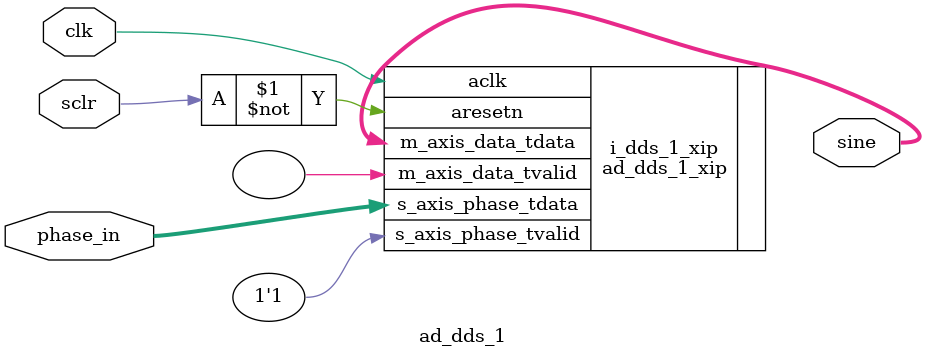
<source format=v>

`timescale 1ns/100ps

module ad_dds_1 (

  // interface

  clk,
  sclr,
  phase_in,
  sine);

  // interface

  input           clk;
  input           sclr;
  input   [15:0]  phase_in;
  output  [15:0]  sine;

  // xilinx dds ip

  ad_dds_1_xip i_dds_1_xip (
    .aclk (clk),
    .aresetn (~sclr),
    .s_axis_phase_tvalid (1'b1),
    .s_axis_phase_tdata (phase_in),
    .m_axis_data_tvalid (),
    .m_axis_data_tdata (sine));
  
endmodule

// ***************************************************************************
// ***************************************************************************

</source>
